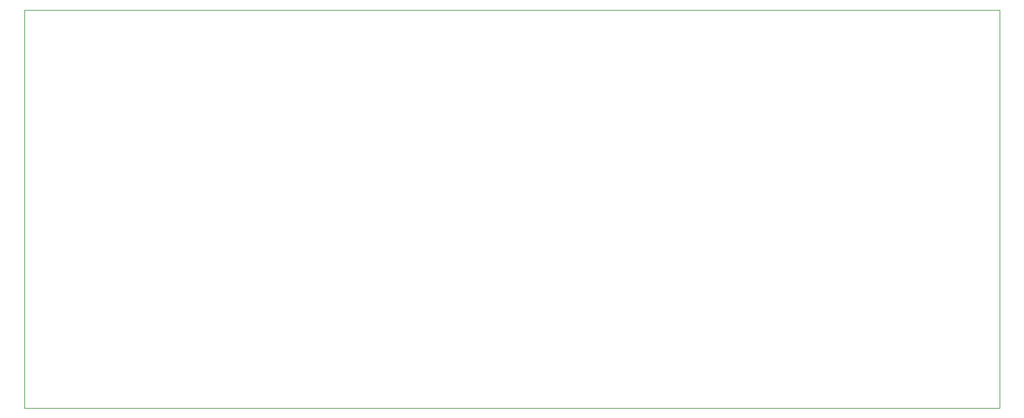
<source format=gbr>
%TF.GenerationSoftware,KiCad,Pcbnew,(5.1.10)-1*%
%TF.CreationDate,2022-02-15T22:19:52+02:00*%
%TF.ProjectId,SEM,53454d2e-6b69-4636-9164-5f7063625858,rev?*%
%TF.SameCoordinates,Original*%
%TF.FileFunction,Profile,NP*%
%FSLAX46Y46*%
G04 Gerber Fmt 4.6, Leading zero omitted, Abs format (unit mm)*
G04 Created by KiCad (PCBNEW (5.1.10)-1) date 2022-02-15 22:19:52*
%MOMM*%
%LPD*%
G01*
G04 APERTURE LIST*
%TA.AperFunction,Profile*%
%ADD10C,0.050000*%
%TD*%
G04 APERTURE END LIST*
D10*
X177800000Y-217170000D02*
X177800000Y-163195000D01*
X45720000Y-217170000D02*
X177800000Y-217170000D01*
X45720000Y-163195000D02*
X45720000Y-217170000D01*
X177800000Y-163195000D02*
X45720000Y-163195000D01*
M02*

</source>
